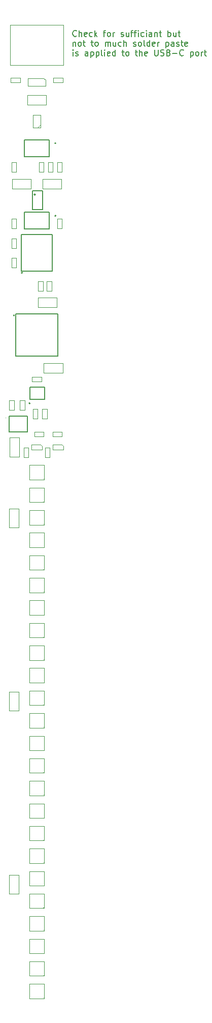
<source format=gbr>
%TF.GenerationSoftware,KiCad,Pcbnew,7.0.9*%
%TF.CreationDate,2024-02-10T14:07:13-07:00*%
%TF.ProjectId,RP2040-Breadstick,52503230-3430-42d4-9272-656164737469,1.0*%
%TF.SameCoordinates,Original*%
%TF.FileFunction,AssemblyDrawing,Top*%
%FSLAX46Y46*%
G04 Gerber Fmt 4.6, Leading zero omitted, Abs format (unit mm)*
G04 Created by KiCad (PCBNEW 7.0.9) date 2024-02-10 14:07:13*
%MOMM*%
%LPD*%
G01*
G04 APERTURE LIST*
%ADD10C,0.150000*%
%ADD11C,0.127000*%
%ADD12C,0.200000*%
%ADD13C,0.100000*%
%ADD14C,0.050000*%
%ADD15C,0.120000*%
G04 APERTURE END LIST*
D10*
X92983207Y-18779580D02*
X92935588Y-18827200D01*
X92935588Y-18827200D02*
X92792731Y-18874819D01*
X92792731Y-18874819D02*
X92697493Y-18874819D01*
X92697493Y-18874819D02*
X92554636Y-18827200D01*
X92554636Y-18827200D02*
X92459398Y-18731961D01*
X92459398Y-18731961D02*
X92411779Y-18636723D01*
X92411779Y-18636723D02*
X92364160Y-18446247D01*
X92364160Y-18446247D02*
X92364160Y-18303390D01*
X92364160Y-18303390D02*
X92411779Y-18112914D01*
X92411779Y-18112914D02*
X92459398Y-18017676D01*
X92459398Y-18017676D02*
X92554636Y-17922438D01*
X92554636Y-17922438D02*
X92697493Y-17874819D01*
X92697493Y-17874819D02*
X92792731Y-17874819D01*
X92792731Y-17874819D02*
X92935588Y-17922438D01*
X92935588Y-17922438D02*
X92983207Y-17970057D01*
X93411779Y-18874819D02*
X93411779Y-17874819D01*
X93840350Y-18874819D02*
X93840350Y-18351009D01*
X93840350Y-18351009D02*
X93792731Y-18255771D01*
X93792731Y-18255771D02*
X93697493Y-18208152D01*
X93697493Y-18208152D02*
X93554636Y-18208152D01*
X93554636Y-18208152D02*
X93459398Y-18255771D01*
X93459398Y-18255771D02*
X93411779Y-18303390D01*
X94697493Y-18827200D02*
X94602255Y-18874819D01*
X94602255Y-18874819D02*
X94411779Y-18874819D01*
X94411779Y-18874819D02*
X94316541Y-18827200D01*
X94316541Y-18827200D02*
X94268922Y-18731961D01*
X94268922Y-18731961D02*
X94268922Y-18351009D01*
X94268922Y-18351009D02*
X94316541Y-18255771D01*
X94316541Y-18255771D02*
X94411779Y-18208152D01*
X94411779Y-18208152D02*
X94602255Y-18208152D01*
X94602255Y-18208152D02*
X94697493Y-18255771D01*
X94697493Y-18255771D02*
X94745112Y-18351009D01*
X94745112Y-18351009D02*
X94745112Y-18446247D01*
X94745112Y-18446247D02*
X94268922Y-18541485D01*
X95602255Y-18827200D02*
X95507017Y-18874819D01*
X95507017Y-18874819D02*
X95316541Y-18874819D01*
X95316541Y-18874819D02*
X95221303Y-18827200D01*
X95221303Y-18827200D02*
X95173684Y-18779580D01*
X95173684Y-18779580D02*
X95126065Y-18684342D01*
X95126065Y-18684342D02*
X95126065Y-18398628D01*
X95126065Y-18398628D02*
X95173684Y-18303390D01*
X95173684Y-18303390D02*
X95221303Y-18255771D01*
X95221303Y-18255771D02*
X95316541Y-18208152D01*
X95316541Y-18208152D02*
X95507017Y-18208152D01*
X95507017Y-18208152D02*
X95602255Y-18255771D01*
X96030827Y-18874819D02*
X96030827Y-17874819D01*
X96126065Y-18493866D02*
X96411779Y-18874819D01*
X96411779Y-18208152D02*
X96030827Y-18589104D01*
X97459399Y-18208152D02*
X97840351Y-18208152D01*
X97602256Y-18874819D02*
X97602256Y-18017676D01*
X97602256Y-18017676D02*
X97649875Y-17922438D01*
X97649875Y-17922438D02*
X97745113Y-17874819D01*
X97745113Y-17874819D02*
X97840351Y-17874819D01*
X98316542Y-18874819D02*
X98221304Y-18827200D01*
X98221304Y-18827200D02*
X98173685Y-18779580D01*
X98173685Y-18779580D02*
X98126066Y-18684342D01*
X98126066Y-18684342D02*
X98126066Y-18398628D01*
X98126066Y-18398628D02*
X98173685Y-18303390D01*
X98173685Y-18303390D02*
X98221304Y-18255771D01*
X98221304Y-18255771D02*
X98316542Y-18208152D01*
X98316542Y-18208152D02*
X98459399Y-18208152D01*
X98459399Y-18208152D02*
X98554637Y-18255771D01*
X98554637Y-18255771D02*
X98602256Y-18303390D01*
X98602256Y-18303390D02*
X98649875Y-18398628D01*
X98649875Y-18398628D02*
X98649875Y-18684342D01*
X98649875Y-18684342D02*
X98602256Y-18779580D01*
X98602256Y-18779580D02*
X98554637Y-18827200D01*
X98554637Y-18827200D02*
X98459399Y-18874819D01*
X98459399Y-18874819D02*
X98316542Y-18874819D01*
X99078447Y-18874819D02*
X99078447Y-18208152D01*
X99078447Y-18398628D02*
X99126066Y-18303390D01*
X99126066Y-18303390D02*
X99173685Y-18255771D01*
X99173685Y-18255771D02*
X99268923Y-18208152D01*
X99268923Y-18208152D02*
X99364161Y-18208152D01*
X100411781Y-18827200D02*
X100507019Y-18874819D01*
X100507019Y-18874819D02*
X100697495Y-18874819D01*
X100697495Y-18874819D02*
X100792733Y-18827200D01*
X100792733Y-18827200D02*
X100840352Y-18731961D01*
X100840352Y-18731961D02*
X100840352Y-18684342D01*
X100840352Y-18684342D02*
X100792733Y-18589104D01*
X100792733Y-18589104D02*
X100697495Y-18541485D01*
X100697495Y-18541485D02*
X100554638Y-18541485D01*
X100554638Y-18541485D02*
X100459400Y-18493866D01*
X100459400Y-18493866D02*
X100411781Y-18398628D01*
X100411781Y-18398628D02*
X100411781Y-18351009D01*
X100411781Y-18351009D02*
X100459400Y-18255771D01*
X100459400Y-18255771D02*
X100554638Y-18208152D01*
X100554638Y-18208152D02*
X100697495Y-18208152D01*
X100697495Y-18208152D02*
X100792733Y-18255771D01*
X101697495Y-18208152D02*
X101697495Y-18874819D01*
X101268924Y-18208152D02*
X101268924Y-18731961D01*
X101268924Y-18731961D02*
X101316543Y-18827200D01*
X101316543Y-18827200D02*
X101411781Y-18874819D01*
X101411781Y-18874819D02*
X101554638Y-18874819D01*
X101554638Y-18874819D02*
X101649876Y-18827200D01*
X101649876Y-18827200D02*
X101697495Y-18779580D01*
X102030829Y-18208152D02*
X102411781Y-18208152D01*
X102173686Y-18874819D02*
X102173686Y-18017676D01*
X102173686Y-18017676D02*
X102221305Y-17922438D01*
X102221305Y-17922438D02*
X102316543Y-17874819D01*
X102316543Y-17874819D02*
X102411781Y-17874819D01*
X102602258Y-18208152D02*
X102983210Y-18208152D01*
X102745115Y-18874819D02*
X102745115Y-18017676D01*
X102745115Y-18017676D02*
X102792734Y-17922438D01*
X102792734Y-17922438D02*
X102887972Y-17874819D01*
X102887972Y-17874819D02*
X102983210Y-17874819D01*
X103316544Y-18874819D02*
X103316544Y-18208152D01*
X103316544Y-17874819D02*
X103268925Y-17922438D01*
X103268925Y-17922438D02*
X103316544Y-17970057D01*
X103316544Y-17970057D02*
X103364163Y-17922438D01*
X103364163Y-17922438D02*
X103316544Y-17874819D01*
X103316544Y-17874819D02*
X103316544Y-17970057D01*
X104221305Y-18827200D02*
X104126067Y-18874819D01*
X104126067Y-18874819D02*
X103935591Y-18874819D01*
X103935591Y-18874819D02*
X103840353Y-18827200D01*
X103840353Y-18827200D02*
X103792734Y-18779580D01*
X103792734Y-18779580D02*
X103745115Y-18684342D01*
X103745115Y-18684342D02*
X103745115Y-18398628D01*
X103745115Y-18398628D02*
X103792734Y-18303390D01*
X103792734Y-18303390D02*
X103840353Y-18255771D01*
X103840353Y-18255771D02*
X103935591Y-18208152D01*
X103935591Y-18208152D02*
X104126067Y-18208152D01*
X104126067Y-18208152D02*
X104221305Y-18255771D01*
X104649877Y-18874819D02*
X104649877Y-18208152D01*
X104649877Y-17874819D02*
X104602258Y-17922438D01*
X104602258Y-17922438D02*
X104649877Y-17970057D01*
X104649877Y-17970057D02*
X104697496Y-17922438D01*
X104697496Y-17922438D02*
X104649877Y-17874819D01*
X104649877Y-17874819D02*
X104649877Y-17970057D01*
X105554638Y-18874819D02*
X105554638Y-18351009D01*
X105554638Y-18351009D02*
X105507019Y-18255771D01*
X105507019Y-18255771D02*
X105411781Y-18208152D01*
X105411781Y-18208152D02*
X105221305Y-18208152D01*
X105221305Y-18208152D02*
X105126067Y-18255771D01*
X105554638Y-18827200D02*
X105459400Y-18874819D01*
X105459400Y-18874819D02*
X105221305Y-18874819D01*
X105221305Y-18874819D02*
X105126067Y-18827200D01*
X105126067Y-18827200D02*
X105078448Y-18731961D01*
X105078448Y-18731961D02*
X105078448Y-18636723D01*
X105078448Y-18636723D02*
X105126067Y-18541485D01*
X105126067Y-18541485D02*
X105221305Y-18493866D01*
X105221305Y-18493866D02*
X105459400Y-18493866D01*
X105459400Y-18493866D02*
X105554638Y-18446247D01*
X106030829Y-18208152D02*
X106030829Y-18874819D01*
X106030829Y-18303390D02*
X106078448Y-18255771D01*
X106078448Y-18255771D02*
X106173686Y-18208152D01*
X106173686Y-18208152D02*
X106316543Y-18208152D01*
X106316543Y-18208152D02*
X106411781Y-18255771D01*
X106411781Y-18255771D02*
X106459400Y-18351009D01*
X106459400Y-18351009D02*
X106459400Y-18874819D01*
X106792734Y-18208152D02*
X107173686Y-18208152D01*
X106935591Y-17874819D02*
X106935591Y-18731961D01*
X106935591Y-18731961D02*
X106983210Y-18827200D01*
X106983210Y-18827200D02*
X107078448Y-18874819D01*
X107078448Y-18874819D02*
X107173686Y-18874819D01*
X108268925Y-18874819D02*
X108268925Y-17874819D01*
X108268925Y-18255771D02*
X108364163Y-18208152D01*
X108364163Y-18208152D02*
X108554639Y-18208152D01*
X108554639Y-18208152D02*
X108649877Y-18255771D01*
X108649877Y-18255771D02*
X108697496Y-18303390D01*
X108697496Y-18303390D02*
X108745115Y-18398628D01*
X108745115Y-18398628D02*
X108745115Y-18684342D01*
X108745115Y-18684342D02*
X108697496Y-18779580D01*
X108697496Y-18779580D02*
X108649877Y-18827200D01*
X108649877Y-18827200D02*
X108554639Y-18874819D01*
X108554639Y-18874819D02*
X108364163Y-18874819D01*
X108364163Y-18874819D02*
X108268925Y-18827200D01*
X109602258Y-18208152D02*
X109602258Y-18874819D01*
X109173687Y-18208152D02*
X109173687Y-18731961D01*
X109173687Y-18731961D02*
X109221306Y-18827200D01*
X109221306Y-18827200D02*
X109316544Y-18874819D01*
X109316544Y-18874819D02*
X109459401Y-18874819D01*
X109459401Y-18874819D02*
X109554639Y-18827200D01*
X109554639Y-18827200D02*
X109602258Y-18779580D01*
X109935592Y-18208152D02*
X110316544Y-18208152D01*
X110078449Y-17874819D02*
X110078449Y-18731961D01*
X110078449Y-18731961D02*
X110126068Y-18827200D01*
X110126068Y-18827200D02*
X110221306Y-18874819D01*
X110221306Y-18874819D02*
X110316544Y-18874819D01*
X92411779Y-19818152D02*
X92411779Y-20484819D01*
X92411779Y-19913390D02*
X92459398Y-19865771D01*
X92459398Y-19865771D02*
X92554636Y-19818152D01*
X92554636Y-19818152D02*
X92697493Y-19818152D01*
X92697493Y-19818152D02*
X92792731Y-19865771D01*
X92792731Y-19865771D02*
X92840350Y-19961009D01*
X92840350Y-19961009D02*
X92840350Y-20484819D01*
X93459398Y-20484819D02*
X93364160Y-20437200D01*
X93364160Y-20437200D02*
X93316541Y-20389580D01*
X93316541Y-20389580D02*
X93268922Y-20294342D01*
X93268922Y-20294342D02*
X93268922Y-20008628D01*
X93268922Y-20008628D02*
X93316541Y-19913390D01*
X93316541Y-19913390D02*
X93364160Y-19865771D01*
X93364160Y-19865771D02*
X93459398Y-19818152D01*
X93459398Y-19818152D02*
X93602255Y-19818152D01*
X93602255Y-19818152D02*
X93697493Y-19865771D01*
X93697493Y-19865771D02*
X93745112Y-19913390D01*
X93745112Y-19913390D02*
X93792731Y-20008628D01*
X93792731Y-20008628D02*
X93792731Y-20294342D01*
X93792731Y-20294342D02*
X93745112Y-20389580D01*
X93745112Y-20389580D02*
X93697493Y-20437200D01*
X93697493Y-20437200D02*
X93602255Y-20484819D01*
X93602255Y-20484819D02*
X93459398Y-20484819D01*
X94078446Y-19818152D02*
X94459398Y-19818152D01*
X94221303Y-19484819D02*
X94221303Y-20341961D01*
X94221303Y-20341961D02*
X94268922Y-20437200D01*
X94268922Y-20437200D02*
X94364160Y-20484819D01*
X94364160Y-20484819D02*
X94459398Y-20484819D01*
X95411780Y-19818152D02*
X95792732Y-19818152D01*
X95554637Y-19484819D02*
X95554637Y-20341961D01*
X95554637Y-20341961D02*
X95602256Y-20437200D01*
X95602256Y-20437200D02*
X95697494Y-20484819D01*
X95697494Y-20484819D02*
X95792732Y-20484819D01*
X96268923Y-20484819D02*
X96173685Y-20437200D01*
X96173685Y-20437200D02*
X96126066Y-20389580D01*
X96126066Y-20389580D02*
X96078447Y-20294342D01*
X96078447Y-20294342D02*
X96078447Y-20008628D01*
X96078447Y-20008628D02*
X96126066Y-19913390D01*
X96126066Y-19913390D02*
X96173685Y-19865771D01*
X96173685Y-19865771D02*
X96268923Y-19818152D01*
X96268923Y-19818152D02*
X96411780Y-19818152D01*
X96411780Y-19818152D02*
X96507018Y-19865771D01*
X96507018Y-19865771D02*
X96554637Y-19913390D01*
X96554637Y-19913390D02*
X96602256Y-20008628D01*
X96602256Y-20008628D02*
X96602256Y-20294342D01*
X96602256Y-20294342D02*
X96554637Y-20389580D01*
X96554637Y-20389580D02*
X96507018Y-20437200D01*
X96507018Y-20437200D02*
X96411780Y-20484819D01*
X96411780Y-20484819D02*
X96268923Y-20484819D01*
X97792733Y-20484819D02*
X97792733Y-19818152D01*
X97792733Y-19913390D02*
X97840352Y-19865771D01*
X97840352Y-19865771D02*
X97935590Y-19818152D01*
X97935590Y-19818152D02*
X98078447Y-19818152D01*
X98078447Y-19818152D02*
X98173685Y-19865771D01*
X98173685Y-19865771D02*
X98221304Y-19961009D01*
X98221304Y-19961009D02*
X98221304Y-20484819D01*
X98221304Y-19961009D02*
X98268923Y-19865771D01*
X98268923Y-19865771D02*
X98364161Y-19818152D01*
X98364161Y-19818152D02*
X98507018Y-19818152D01*
X98507018Y-19818152D02*
X98602257Y-19865771D01*
X98602257Y-19865771D02*
X98649876Y-19961009D01*
X98649876Y-19961009D02*
X98649876Y-20484819D01*
X99554637Y-19818152D02*
X99554637Y-20484819D01*
X99126066Y-19818152D02*
X99126066Y-20341961D01*
X99126066Y-20341961D02*
X99173685Y-20437200D01*
X99173685Y-20437200D02*
X99268923Y-20484819D01*
X99268923Y-20484819D02*
X99411780Y-20484819D01*
X99411780Y-20484819D02*
X99507018Y-20437200D01*
X99507018Y-20437200D02*
X99554637Y-20389580D01*
X100459399Y-20437200D02*
X100364161Y-20484819D01*
X100364161Y-20484819D02*
X100173685Y-20484819D01*
X100173685Y-20484819D02*
X100078447Y-20437200D01*
X100078447Y-20437200D02*
X100030828Y-20389580D01*
X100030828Y-20389580D02*
X99983209Y-20294342D01*
X99983209Y-20294342D02*
X99983209Y-20008628D01*
X99983209Y-20008628D02*
X100030828Y-19913390D01*
X100030828Y-19913390D02*
X100078447Y-19865771D01*
X100078447Y-19865771D02*
X100173685Y-19818152D01*
X100173685Y-19818152D02*
X100364161Y-19818152D01*
X100364161Y-19818152D02*
X100459399Y-19865771D01*
X100887971Y-20484819D02*
X100887971Y-19484819D01*
X101316542Y-20484819D02*
X101316542Y-19961009D01*
X101316542Y-19961009D02*
X101268923Y-19865771D01*
X101268923Y-19865771D02*
X101173685Y-19818152D01*
X101173685Y-19818152D02*
X101030828Y-19818152D01*
X101030828Y-19818152D02*
X100935590Y-19865771D01*
X100935590Y-19865771D02*
X100887971Y-19913390D01*
X102507019Y-20437200D02*
X102602257Y-20484819D01*
X102602257Y-20484819D02*
X102792733Y-20484819D01*
X102792733Y-20484819D02*
X102887971Y-20437200D01*
X102887971Y-20437200D02*
X102935590Y-20341961D01*
X102935590Y-20341961D02*
X102935590Y-20294342D01*
X102935590Y-20294342D02*
X102887971Y-20199104D01*
X102887971Y-20199104D02*
X102792733Y-20151485D01*
X102792733Y-20151485D02*
X102649876Y-20151485D01*
X102649876Y-20151485D02*
X102554638Y-20103866D01*
X102554638Y-20103866D02*
X102507019Y-20008628D01*
X102507019Y-20008628D02*
X102507019Y-19961009D01*
X102507019Y-19961009D02*
X102554638Y-19865771D01*
X102554638Y-19865771D02*
X102649876Y-19818152D01*
X102649876Y-19818152D02*
X102792733Y-19818152D01*
X102792733Y-19818152D02*
X102887971Y-19865771D01*
X103507019Y-20484819D02*
X103411781Y-20437200D01*
X103411781Y-20437200D02*
X103364162Y-20389580D01*
X103364162Y-20389580D02*
X103316543Y-20294342D01*
X103316543Y-20294342D02*
X103316543Y-20008628D01*
X103316543Y-20008628D02*
X103364162Y-19913390D01*
X103364162Y-19913390D02*
X103411781Y-19865771D01*
X103411781Y-19865771D02*
X103507019Y-19818152D01*
X103507019Y-19818152D02*
X103649876Y-19818152D01*
X103649876Y-19818152D02*
X103745114Y-19865771D01*
X103745114Y-19865771D02*
X103792733Y-19913390D01*
X103792733Y-19913390D02*
X103840352Y-20008628D01*
X103840352Y-20008628D02*
X103840352Y-20294342D01*
X103840352Y-20294342D02*
X103792733Y-20389580D01*
X103792733Y-20389580D02*
X103745114Y-20437200D01*
X103745114Y-20437200D02*
X103649876Y-20484819D01*
X103649876Y-20484819D02*
X103507019Y-20484819D01*
X104411781Y-20484819D02*
X104316543Y-20437200D01*
X104316543Y-20437200D02*
X104268924Y-20341961D01*
X104268924Y-20341961D02*
X104268924Y-19484819D01*
X105221305Y-20484819D02*
X105221305Y-19484819D01*
X105221305Y-20437200D02*
X105126067Y-20484819D01*
X105126067Y-20484819D02*
X104935591Y-20484819D01*
X104935591Y-20484819D02*
X104840353Y-20437200D01*
X104840353Y-20437200D02*
X104792734Y-20389580D01*
X104792734Y-20389580D02*
X104745115Y-20294342D01*
X104745115Y-20294342D02*
X104745115Y-20008628D01*
X104745115Y-20008628D02*
X104792734Y-19913390D01*
X104792734Y-19913390D02*
X104840353Y-19865771D01*
X104840353Y-19865771D02*
X104935591Y-19818152D01*
X104935591Y-19818152D02*
X105126067Y-19818152D01*
X105126067Y-19818152D02*
X105221305Y-19865771D01*
X106078448Y-20437200D02*
X105983210Y-20484819D01*
X105983210Y-20484819D02*
X105792734Y-20484819D01*
X105792734Y-20484819D02*
X105697496Y-20437200D01*
X105697496Y-20437200D02*
X105649877Y-20341961D01*
X105649877Y-20341961D02*
X105649877Y-19961009D01*
X105649877Y-19961009D02*
X105697496Y-19865771D01*
X105697496Y-19865771D02*
X105792734Y-19818152D01*
X105792734Y-19818152D02*
X105983210Y-19818152D01*
X105983210Y-19818152D02*
X106078448Y-19865771D01*
X106078448Y-19865771D02*
X106126067Y-19961009D01*
X106126067Y-19961009D02*
X106126067Y-20056247D01*
X106126067Y-20056247D02*
X105649877Y-20151485D01*
X106554639Y-20484819D02*
X106554639Y-19818152D01*
X106554639Y-20008628D02*
X106602258Y-19913390D01*
X106602258Y-19913390D02*
X106649877Y-19865771D01*
X106649877Y-19865771D02*
X106745115Y-19818152D01*
X106745115Y-19818152D02*
X106840353Y-19818152D01*
X107935592Y-19818152D02*
X107935592Y-20818152D01*
X107935592Y-19865771D02*
X108030830Y-19818152D01*
X108030830Y-19818152D02*
X108221306Y-19818152D01*
X108221306Y-19818152D02*
X108316544Y-19865771D01*
X108316544Y-19865771D02*
X108364163Y-19913390D01*
X108364163Y-19913390D02*
X108411782Y-20008628D01*
X108411782Y-20008628D02*
X108411782Y-20294342D01*
X108411782Y-20294342D02*
X108364163Y-20389580D01*
X108364163Y-20389580D02*
X108316544Y-20437200D01*
X108316544Y-20437200D02*
X108221306Y-20484819D01*
X108221306Y-20484819D02*
X108030830Y-20484819D01*
X108030830Y-20484819D02*
X107935592Y-20437200D01*
X109268925Y-20484819D02*
X109268925Y-19961009D01*
X109268925Y-19961009D02*
X109221306Y-19865771D01*
X109221306Y-19865771D02*
X109126068Y-19818152D01*
X109126068Y-19818152D02*
X108935592Y-19818152D01*
X108935592Y-19818152D02*
X108840354Y-19865771D01*
X109268925Y-20437200D02*
X109173687Y-20484819D01*
X109173687Y-20484819D02*
X108935592Y-20484819D01*
X108935592Y-20484819D02*
X108840354Y-20437200D01*
X108840354Y-20437200D02*
X108792735Y-20341961D01*
X108792735Y-20341961D02*
X108792735Y-20246723D01*
X108792735Y-20246723D02*
X108840354Y-20151485D01*
X108840354Y-20151485D02*
X108935592Y-20103866D01*
X108935592Y-20103866D02*
X109173687Y-20103866D01*
X109173687Y-20103866D02*
X109268925Y-20056247D01*
X109697497Y-20437200D02*
X109792735Y-20484819D01*
X109792735Y-20484819D02*
X109983211Y-20484819D01*
X109983211Y-20484819D02*
X110078449Y-20437200D01*
X110078449Y-20437200D02*
X110126068Y-20341961D01*
X110126068Y-20341961D02*
X110126068Y-20294342D01*
X110126068Y-20294342D02*
X110078449Y-20199104D01*
X110078449Y-20199104D02*
X109983211Y-20151485D01*
X109983211Y-20151485D02*
X109840354Y-20151485D01*
X109840354Y-20151485D02*
X109745116Y-20103866D01*
X109745116Y-20103866D02*
X109697497Y-20008628D01*
X109697497Y-20008628D02*
X109697497Y-19961009D01*
X109697497Y-19961009D02*
X109745116Y-19865771D01*
X109745116Y-19865771D02*
X109840354Y-19818152D01*
X109840354Y-19818152D02*
X109983211Y-19818152D01*
X109983211Y-19818152D02*
X110078449Y-19865771D01*
X110411783Y-19818152D02*
X110792735Y-19818152D01*
X110554640Y-19484819D02*
X110554640Y-20341961D01*
X110554640Y-20341961D02*
X110602259Y-20437200D01*
X110602259Y-20437200D02*
X110697497Y-20484819D01*
X110697497Y-20484819D02*
X110792735Y-20484819D01*
X111507021Y-20437200D02*
X111411783Y-20484819D01*
X111411783Y-20484819D02*
X111221307Y-20484819D01*
X111221307Y-20484819D02*
X111126069Y-20437200D01*
X111126069Y-20437200D02*
X111078450Y-20341961D01*
X111078450Y-20341961D02*
X111078450Y-19961009D01*
X111078450Y-19961009D02*
X111126069Y-19865771D01*
X111126069Y-19865771D02*
X111221307Y-19818152D01*
X111221307Y-19818152D02*
X111411783Y-19818152D01*
X111411783Y-19818152D02*
X111507021Y-19865771D01*
X111507021Y-19865771D02*
X111554640Y-19961009D01*
X111554640Y-19961009D02*
X111554640Y-20056247D01*
X111554640Y-20056247D02*
X111078450Y-20151485D01*
X92411779Y-22094819D02*
X92411779Y-21428152D01*
X92411779Y-21094819D02*
X92364160Y-21142438D01*
X92364160Y-21142438D02*
X92411779Y-21190057D01*
X92411779Y-21190057D02*
X92459398Y-21142438D01*
X92459398Y-21142438D02*
X92411779Y-21094819D01*
X92411779Y-21094819D02*
X92411779Y-21190057D01*
X92840350Y-22047200D02*
X92935588Y-22094819D01*
X92935588Y-22094819D02*
X93126064Y-22094819D01*
X93126064Y-22094819D02*
X93221302Y-22047200D01*
X93221302Y-22047200D02*
X93268921Y-21951961D01*
X93268921Y-21951961D02*
X93268921Y-21904342D01*
X93268921Y-21904342D02*
X93221302Y-21809104D01*
X93221302Y-21809104D02*
X93126064Y-21761485D01*
X93126064Y-21761485D02*
X92983207Y-21761485D01*
X92983207Y-21761485D02*
X92887969Y-21713866D01*
X92887969Y-21713866D02*
X92840350Y-21618628D01*
X92840350Y-21618628D02*
X92840350Y-21571009D01*
X92840350Y-21571009D02*
X92887969Y-21475771D01*
X92887969Y-21475771D02*
X92983207Y-21428152D01*
X92983207Y-21428152D02*
X93126064Y-21428152D01*
X93126064Y-21428152D02*
X93221302Y-21475771D01*
X94887969Y-22094819D02*
X94887969Y-21571009D01*
X94887969Y-21571009D02*
X94840350Y-21475771D01*
X94840350Y-21475771D02*
X94745112Y-21428152D01*
X94745112Y-21428152D02*
X94554636Y-21428152D01*
X94554636Y-21428152D02*
X94459398Y-21475771D01*
X94887969Y-22047200D02*
X94792731Y-22094819D01*
X94792731Y-22094819D02*
X94554636Y-22094819D01*
X94554636Y-22094819D02*
X94459398Y-22047200D01*
X94459398Y-22047200D02*
X94411779Y-21951961D01*
X94411779Y-21951961D02*
X94411779Y-21856723D01*
X94411779Y-21856723D02*
X94459398Y-21761485D01*
X94459398Y-21761485D02*
X94554636Y-21713866D01*
X94554636Y-21713866D02*
X94792731Y-21713866D01*
X94792731Y-21713866D02*
X94887969Y-21666247D01*
X95364160Y-21428152D02*
X95364160Y-22428152D01*
X95364160Y-21475771D02*
X95459398Y-21428152D01*
X95459398Y-21428152D02*
X95649874Y-21428152D01*
X95649874Y-21428152D02*
X95745112Y-21475771D01*
X95745112Y-21475771D02*
X95792731Y-21523390D01*
X95792731Y-21523390D02*
X95840350Y-21618628D01*
X95840350Y-21618628D02*
X95840350Y-21904342D01*
X95840350Y-21904342D02*
X95792731Y-21999580D01*
X95792731Y-21999580D02*
X95745112Y-22047200D01*
X95745112Y-22047200D02*
X95649874Y-22094819D01*
X95649874Y-22094819D02*
X95459398Y-22094819D01*
X95459398Y-22094819D02*
X95364160Y-22047200D01*
X96268922Y-21428152D02*
X96268922Y-22428152D01*
X96268922Y-21475771D02*
X96364160Y-21428152D01*
X96364160Y-21428152D02*
X96554636Y-21428152D01*
X96554636Y-21428152D02*
X96649874Y-21475771D01*
X96649874Y-21475771D02*
X96697493Y-21523390D01*
X96697493Y-21523390D02*
X96745112Y-21618628D01*
X96745112Y-21618628D02*
X96745112Y-21904342D01*
X96745112Y-21904342D02*
X96697493Y-21999580D01*
X96697493Y-21999580D02*
X96649874Y-22047200D01*
X96649874Y-22047200D02*
X96554636Y-22094819D01*
X96554636Y-22094819D02*
X96364160Y-22094819D01*
X96364160Y-22094819D02*
X96268922Y-22047200D01*
X97316541Y-22094819D02*
X97221303Y-22047200D01*
X97221303Y-22047200D02*
X97173684Y-21951961D01*
X97173684Y-21951961D02*
X97173684Y-21094819D01*
X97697494Y-22094819D02*
X97697494Y-21428152D01*
X97697494Y-21094819D02*
X97649875Y-21142438D01*
X97649875Y-21142438D02*
X97697494Y-21190057D01*
X97697494Y-21190057D02*
X97745113Y-21142438D01*
X97745113Y-21142438D02*
X97697494Y-21094819D01*
X97697494Y-21094819D02*
X97697494Y-21190057D01*
X98554636Y-22047200D02*
X98459398Y-22094819D01*
X98459398Y-22094819D02*
X98268922Y-22094819D01*
X98268922Y-22094819D02*
X98173684Y-22047200D01*
X98173684Y-22047200D02*
X98126065Y-21951961D01*
X98126065Y-21951961D02*
X98126065Y-21571009D01*
X98126065Y-21571009D02*
X98173684Y-21475771D01*
X98173684Y-21475771D02*
X98268922Y-21428152D01*
X98268922Y-21428152D02*
X98459398Y-21428152D01*
X98459398Y-21428152D02*
X98554636Y-21475771D01*
X98554636Y-21475771D02*
X98602255Y-21571009D01*
X98602255Y-21571009D02*
X98602255Y-21666247D01*
X98602255Y-21666247D02*
X98126065Y-21761485D01*
X99459398Y-22094819D02*
X99459398Y-21094819D01*
X99459398Y-22047200D02*
X99364160Y-22094819D01*
X99364160Y-22094819D02*
X99173684Y-22094819D01*
X99173684Y-22094819D02*
X99078446Y-22047200D01*
X99078446Y-22047200D02*
X99030827Y-21999580D01*
X99030827Y-21999580D02*
X98983208Y-21904342D01*
X98983208Y-21904342D02*
X98983208Y-21618628D01*
X98983208Y-21618628D02*
X99030827Y-21523390D01*
X99030827Y-21523390D02*
X99078446Y-21475771D01*
X99078446Y-21475771D02*
X99173684Y-21428152D01*
X99173684Y-21428152D02*
X99364160Y-21428152D01*
X99364160Y-21428152D02*
X99459398Y-21475771D01*
X100554637Y-21428152D02*
X100935589Y-21428152D01*
X100697494Y-21094819D02*
X100697494Y-21951961D01*
X100697494Y-21951961D02*
X100745113Y-22047200D01*
X100745113Y-22047200D02*
X100840351Y-22094819D01*
X100840351Y-22094819D02*
X100935589Y-22094819D01*
X101411780Y-22094819D02*
X101316542Y-22047200D01*
X101316542Y-22047200D02*
X101268923Y-21999580D01*
X101268923Y-21999580D02*
X101221304Y-21904342D01*
X101221304Y-21904342D02*
X101221304Y-21618628D01*
X101221304Y-21618628D02*
X101268923Y-21523390D01*
X101268923Y-21523390D02*
X101316542Y-21475771D01*
X101316542Y-21475771D02*
X101411780Y-21428152D01*
X101411780Y-21428152D02*
X101554637Y-21428152D01*
X101554637Y-21428152D02*
X101649875Y-21475771D01*
X101649875Y-21475771D02*
X101697494Y-21523390D01*
X101697494Y-21523390D02*
X101745113Y-21618628D01*
X101745113Y-21618628D02*
X101745113Y-21904342D01*
X101745113Y-21904342D02*
X101697494Y-21999580D01*
X101697494Y-21999580D02*
X101649875Y-22047200D01*
X101649875Y-22047200D02*
X101554637Y-22094819D01*
X101554637Y-22094819D02*
X101411780Y-22094819D01*
X102792733Y-21428152D02*
X103173685Y-21428152D01*
X102935590Y-21094819D02*
X102935590Y-21951961D01*
X102935590Y-21951961D02*
X102983209Y-22047200D01*
X102983209Y-22047200D02*
X103078447Y-22094819D01*
X103078447Y-22094819D02*
X103173685Y-22094819D01*
X103507019Y-22094819D02*
X103507019Y-21094819D01*
X103935590Y-22094819D02*
X103935590Y-21571009D01*
X103935590Y-21571009D02*
X103887971Y-21475771D01*
X103887971Y-21475771D02*
X103792733Y-21428152D01*
X103792733Y-21428152D02*
X103649876Y-21428152D01*
X103649876Y-21428152D02*
X103554638Y-21475771D01*
X103554638Y-21475771D02*
X103507019Y-21523390D01*
X104792733Y-22047200D02*
X104697495Y-22094819D01*
X104697495Y-22094819D02*
X104507019Y-22094819D01*
X104507019Y-22094819D02*
X104411781Y-22047200D01*
X104411781Y-22047200D02*
X104364162Y-21951961D01*
X104364162Y-21951961D02*
X104364162Y-21571009D01*
X104364162Y-21571009D02*
X104411781Y-21475771D01*
X104411781Y-21475771D02*
X104507019Y-21428152D01*
X104507019Y-21428152D02*
X104697495Y-21428152D01*
X104697495Y-21428152D02*
X104792733Y-21475771D01*
X104792733Y-21475771D02*
X104840352Y-21571009D01*
X104840352Y-21571009D02*
X104840352Y-21666247D01*
X104840352Y-21666247D02*
X104364162Y-21761485D01*
X106030829Y-21094819D02*
X106030829Y-21904342D01*
X106030829Y-21904342D02*
X106078448Y-21999580D01*
X106078448Y-21999580D02*
X106126067Y-22047200D01*
X106126067Y-22047200D02*
X106221305Y-22094819D01*
X106221305Y-22094819D02*
X106411781Y-22094819D01*
X106411781Y-22094819D02*
X106507019Y-22047200D01*
X106507019Y-22047200D02*
X106554638Y-21999580D01*
X106554638Y-21999580D02*
X106602257Y-21904342D01*
X106602257Y-21904342D02*
X106602257Y-21094819D01*
X107030829Y-22047200D02*
X107173686Y-22094819D01*
X107173686Y-22094819D02*
X107411781Y-22094819D01*
X107411781Y-22094819D02*
X107507019Y-22047200D01*
X107507019Y-22047200D02*
X107554638Y-21999580D01*
X107554638Y-21999580D02*
X107602257Y-21904342D01*
X107602257Y-21904342D02*
X107602257Y-21809104D01*
X107602257Y-21809104D02*
X107554638Y-21713866D01*
X107554638Y-21713866D02*
X107507019Y-21666247D01*
X107507019Y-21666247D02*
X107411781Y-21618628D01*
X107411781Y-21618628D02*
X107221305Y-21571009D01*
X107221305Y-21571009D02*
X107126067Y-21523390D01*
X107126067Y-21523390D02*
X107078448Y-21475771D01*
X107078448Y-21475771D02*
X107030829Y-21380533D01*
X107030829Y-21380533D02*
X107030829Y-21285295D01*
X107030829Y-21285295D02*
X107078448Y-21190057D01*
X107078448Y-21190057D02*
X107126067Y-21142438D01*
X107126067Y-21142438D02*
X107221305Y-21094819D01*
X107221305Y-21094819D02*
X107459400Y-21094819D01*
X107459400Y-21094819D02*
X107602257Y-21142438D01*
X108364162Y-21571009D02*
X108507019Y-21618628D01*
X108507019Y-21618628D02*
X108554638Y-21666247D01*
X108554638Y-21666247D02*
X108602257Y-21761485D01*
X108602257Y-21761485D02*
X108602257Y-21904342D01*
X108602257Y-21904342D02*
X108554638Y-21999580D01*
X108554638Y-21999580D02*
X108507019Y-22047200D01*
X108507019Y-22047200D02*
X108411781Y-22094819D01*
X108411781Y-22094819D02*
X108030829Y-22094819D01*
X108030829Y-22094819D02*
X108030829Y-21094819D01*
X108030829Y-21094819D02*
X108364162Y-21094819D01*
X108364162Y-21094819D02*
X108459400Y-21142438D01*
X108459400Y-21142438D02*
X108507019Y-21190057D01*
X108507019Y-21190057D02*
X108554638Y-21285295D01*
X108554638Y-21285295D02*
X108554638Y-21380533D01*
X108554638Y-21380533D02*
X108507019Y-21475771D01*
X108507019Y-21475771D02*
X108459400Y-21523390D01*
X108459400Y-21523390D02*
X108364162Y-21571009D01*
X108364162Y-21571009D02*
X108030829Y-21571009D01*
X109030829Y-21713866D02*
X109792734Y-21713866D01*
X110840352Y-21999580D02*
X110792733Y-22047200D01*
X110792733Y-22047200D02*
X110649876Y-22094819D01*
X110649876Y-22094819D02*
X110554638Y-22094819D01*
X110554638Y-22094819D02*
X110411781Y-22047200D01*
X110411781Y-22047200D02*
X110316543Y-21951961D01*
X110316543Y-21951961D02*
X110268924Y-21856723D01*
X110268924Y-21856723D02*
X110221305Y-21666247D01*
X110221305Y-21666247D02*
X110221305Y-21523390D01*
X110221305Y-21523390D02*
X110268924Y-21332914D01*
X110268924Y-21332914D02*
X110316543Y-21237676D01*
X110316543Y-21237676D02*
X110411781Y-21142438D01*
X110411781Y-21142438D02*
X110554638Y-21094819D01*
X110554638Y-21094819D02*
X110649876Y-21094819D01*
X110649876Y-21094819D02*
X110792733Y-21142438D01*
X110792733Y-21142438D02*
X110840352Y-21190057D01*
X112030829Y-21428152D02*
X112030829Y-22428152D01*
X112030829Y-21475771D02*
X112126067Y-21428152D01*
X112126067Y-21428152D02*
X112316543Y-21428152D01*
X112316543Y-21428152D02*
X112411781Y-21475771D01*
X112411781Y-21475771D02*
X112459400Y-21523390D01*
X112459400Y-21523390D02*
X112507019Y-21618628D01*
X112507019Y-21618628D02*
X112507019Y-21904342D01*
X112507019Y-21904342D02*
X112459400Y-21999580D01*
X112459400Y-21999580D02*
X112411781Y-22047200D01*
X112411781Y-22047200D02*
X112316543Y-22094819D01*
X112316543Y-22094819D02*
X112126067Y-22094819D01*
X112126067Y-22094819D02*
X112030829Y-22047200D01*
X113078448Y-22094819D02*
X112983210Y-22047200D01*
X112983210Y-22047200D02*
X112935591Y-21999580D01*
X112935591Y-21999580D02*
X112887972Y-21904342D01*
X112887972Y-21904342D02*
X112887972Y-21618628D01*
X112887972Y-21618628D02*
X112935591Y-21523390D01*
X112935591Y-21523390D02*
X112983210Y-21475771D01*
X112983210Y-21475771D02*
X113078448Y-21428152D01*
X113078448Y-21428152D02*
X113221305Y-21428152D01*
X113221305Y-21428152D02*
X113316543Y-21475771D01*
X113316543Y-21475771D02*
X113364162Y-21523390D01*
X113364162Y-21523390D02*
X113411781Y-21618628D01*
X113411781Y-21618628D02*
X113411781Y-21904342D01*
X113411781Y-21904342D02*
X113364162Y-21999580D01*
X113364162Y-21999580D02*
X113316543Y-22047200D01*
X113316543Y-22047200D02*
X113221305Y-22094819D01*
X113221305Y-22094819D02*
X113078448Y-22094819D01*
X113840353Y-22094819D02*
X113840353Y-21428152D01*
X113840353Y-21618628D02*
X113887972Y-21523390D01*
X113887972Y-21523390D02*
X113935591Y-21475771D01*
X113935591Y-21475771D02*
X114030829Y-21428152D01*
X114030829Y-21428152D02*
X114126067Y-21428152D01*
X114316544Y-21428152D02*
X114697496Y-21428152D01*
X114459401Y-21094819D02*
X114459401Y-21951961D01*
X114459401Y-21951961D02*
X114507020Y-22047200D01*
X114507020Y-22047200D02*
X114602258Y-22094819D01*
X114602258Y-22094819D02*
X114697496Y-22094819D01*
D11*
X88460000Y-36065000D02*
X88460000Y-38865000D01*
X84260000Y-36065000D02*
X88460000Y-36065000D01*
X88460000Y-38865000D02*
X84260000Y-38865000D01*
X84260000Y-38865000D02*
X84260000Y-36065000D01*
D12*
X89560000Y-36665000D02*
G75*
G03*
X89560000Y-36665000I-100000J0D01*
G01*
X85266200Y-79933800D02*
G75*
G03*
X85266200Y-79933800I-100000J0D01*
G01*
D11*
X87686200Y-79257400D02*
X87686200Y-77257400D01*
X87686200Y-77257400D02*
X85186200Y-77257400D01*
X85186200Y-79257400D02*
X87686200Y-79257400D01*
X85186200Y-77257400D02*
X85186200Y-79257400D01*
D12*
X83970800Y-58216800D02*
G75*
G03*
X83970800Y-58216800I-100000J0D01*
G01*
D11*
X83810000Y-51814000D02*
X88910000Y-51814000D01*
X88910000Y-57914000D02*
X88910000Y-51814000D01*
X83810000Y-57914000D02*
X83810000Y-51814000D01*
X83810000Y-57914000D02*
X88910000Y-57914000D01*
D12*
X86118000Y-45201800D02*
G75*
G03*
X86118000Y-45201800I-100000J0D01*
G01*
D11*
X87337000Y-47701800D02*
X85637000Y-47701800D01*
X87337000Y-44601800D02*
X87337000Y-47701800D01*
X85637000Y-47701800D02*
X85637000Y-44601800D01*
X85637000Y-44601800D02*
X87337000Y-44601800D01*
D12*
X89560000Y-48730000D02*
G75*
G03*
X89560000Y-48730000I-100000J0D01*
G01*
D11*
X84260000Y-50930000D02*
X84260000Y-48130000D01*
X88460000Y-50930000D02*
X84260000Y-50930000D01*
X84260000Y-48130000D02*
X88460000Y-48130000D01*
X88460000Y-48130000D02*
X88460000Y-50930000D01*
D13*
X90830400Y-23698200D02*
X90830400Y-16941800D01*
X90830400Y-16941800D02*
X81889600Y-16941800D01*
X86360000Y-23698200D02*
X86360000Y-23698200D01*
X86360000Y-23698200D02*
X86360000Y-23698200D01*
X86360000Y-23698200D02*
X86360000Y-23698200D01*
X86360000Y-23698200D02*
X86360000Y-23698200D01*
X81889600Y-23698200D02*
X90830400Y-23698200D01*
X81889600Y-16941800D02*
X81889600Y-23698200D01*
X83400800Y-85674400D02*
X83400800Y-88874400D01*
X81800800Y-85674400D02*
X83400800Y-85674400D01*
X83400800Y-88874400D02*
X81800800Y-88874400D01*
X81800800Y-88874400D02*
X81800800Y-85674400D01*
X87534500Y-39840000D02*
X87534500Y-41440000D01*
X86709500Y-39840000D02*
X87534500Y-39840000D01*
X87534500Y-41440000D02*
X86709500Y-41440000D01*
X86709500Y-41440000D02*
X86709500Y-39840000D01*
D14*
X87560000Y-133947602D02*
X85160000Y-133947602D01*
X85160000Y-133947602D02*
X85160000Y-131537602D01*
X85160000Y-131537602D02*
X87560000Y-131537602D01*
X87560000Y-131537602D02*
X87560000Y-133947602D01*
D15*
X87517200Y-133852402D02*
G75*
G03*
X87517200Y-133852402I-50000J0D01*
G01*
D13*
X90589000Y-85502500D02*
X88989000Y-85502500D01*
X90589000Y-84677500D02*
X90589000Y-85502500D01*
X88989000Y-85502500D02*
X88989000Y-84677500D01*
X88989000Y-84677500D02*
X90589000Y-84677500D01*
D14*
X87560000Y-171495422D02*
X85160000Y-171495422D01*
X85160000Y-171495422D02*
X85160000Y-169085422D01*
X85160000Y-169085422D02*
X87560000Y-169085422D01*
X87560000Y-169085422D02*
X87560000Y-171495422D01*
D15*
X87517200Y-171400222D02*
G75*
G03*
X87517200Y-171400222I-50000J0D01*
G01*
D14*
X87560000Y-167740640D02*
X85160000Y-167740640D01*
X85160000Y-167740640D02*
X85160000Y-165330640D01*
X85160000Y-165330640D02*
X87560000Y-165330640D01*
X87560000Y-165330640D02*
X87560000Y-167740640D01*
D15*
X87517200Y-167645440D02*
G75*
G03*
X87517200Y-167645440I-50000J0D01*
G01*
D13*
X83559900Y-81064000D02*
X83559900Y-79464000D01*
X84384900Y-81064000D02*
X83559900Y-81064000D01*
X83559900Y-79464000D02*
X84384900Y-79464000D01*
X84384900Y-79464000D02*
X84384900Y-81064000D01*
X81731100Y-81064000D02*
X81731100Y-79464000D01*
X82556100Y-81064000D02*
X81731100Y-81064000D01*
X81731100Y-79464000D02*
X82556100Y-79464000D01*
X82556100Y-79464000D02*
X82556100Y-81064000D01*
D14*
X87560000Y-156476294D02*
X85160000Y-156476294D01*
X85160000Y-156476294D02*
X85160000Y-154066294D01*
X85160000Y-154066294D02*
X87560000Y-154066294D01*
X87560000Y-154066294D02*
X87560000Y-156476294D01*
D15*
X87517200Y-156381094D02*
G75*
G03*
X87517200Y-156381094I-50000J0D01*
G01*
D13*
X90516000Y-86799000D02*
X89016000Y-86799000D01*
X89016000Y-86799000D02*
X89016000Y-87699000D01*
X90816000Y-87099000D02*
X90516000Y-86799000D01*
X90816000Y-87099000D02*
X90816000Y-87699000D01*
X90816000Y-87699000D02*
X89016000Y-87699000D01*
X88037500Y-61260000D02*
X88037500Y-59660000D01*
X88862500Y-61260000D02*
X88037500Y-61260000D01*
X88037500Y-59660000D02*
X88862500Y-59660000D01*
X88862500Y-59660000D02*
X88862500Y-61260000D01*
X90500000Y-44234000D02*
X87300000Y-44234000D01*
X90500000Y-42634000D02*
X90500000Y-44234000D01*
X87300000Y-44234000D02*
X87300000Y-42634000D01*
X87300000Y-42634000D02*
X90500000Y-42634000D01*
X89046000Y-39840000D02*
X89046000Y-41440000D01*
X88246000Y-39840000D02*
X89046000Y-39840000D01*
X89046000Y-41440000D02*
X88246000Y-41440000D01*
X88246000Y-41440000D02*
X88246000Y-39840000D01*
D14*
X87560000Y-96399782D02*
X85160000Y-96399782D01*
X85160000Y-96399782D02*
X85160000Y-93989782D01*
X85160000Y-93989782D02*
X87560000Y-93989782D01*
X87560000Y-93989782D02*
X87560000Y-96399782D01*
D15*
X87517200Y-96304582D02*
G75*
G03*
X87517200Y-96304582I-50000J0D01*
G01*
D13*
X82220000Y-42634000D02*
X85420000Y-42634000D01*
X82220000Y-44234000D02*
X82220000Y-42634000D01*
X85420000Y-42634000D02*
X85420000Y-44234000D01*
X85420000Y-44234000D02*
X82220000Y-44234000D01*
X88550500Y-87338000D02*
X88550500Y-88938000D01*
X87725500Y-87338000D02*
X88550500Y-87338000D01*
X88550500Y-88938000D02*
X87725500Y-88938000D01*
X87725500Y-88938000D02*
X87725500Y-87338000D01*
D14*
X87560000Y-152721512D02*
X85160000Y-152721512D01*
X85160000Y-152721512D02*
X85160000Y-150311512D01*
X85160000Y-150311512D02*
X87560000Y-150311512D01*
X87560000Y-150311512D02*
X87560000Y-152721512D01*
D15*
X87517200Y-152626312D02*
G75*
G03*
X87517200Y-152626312I-50000J0D01*
G01*
D13*
X89757500Y-50838000D02*
X89757500Y-49238000D01*
X90582500Y-50838000D02*
X89757500Y-50838000D01*
X89757500Y-49238000D02*
X90582500Y-49238000D01*
X90582500Y-49238000D02*
X90582500Y-50838000D01*
X82150000Y-50838000D02*
X82150000Y-49238000D01*
X82950000Y-50838000D02*
X82150000Y-50838000D01*
X82150000Y-49238000D02*
X82950000Y-49238000D01*
X82950000Y-49238000D02*
X82950000Y-50838000D01*
D11*
X81711200Y-82062800D02*
X84811200Y-82062800D01*
X81711200Y-84662800D02*
X81711200Y-82062800D01*
X84811200Y-82062800D02*
X84811200Y-84662800D01*
X84811200Y-84662800D02*
X81711200Y-84662800D01*
D13*
X81211200Y-82362800D02*
G75*
G03*
X81211200Y-82362800I-50000J0D01*
G01*
X82137500Y-57315000D02*
X82137500Y-55715000D01*
X82962500Y-57315000D02*
X82137500Y-57315000D01*
X82137500Y-55715000D02*
X82962500Y-55715000D01*
X82962500Y-55715000D02*
X82962500Y-57315000D01*
X86960000Y-34070000D02*
X85760000Y-34070000D01*
X86960000Y-33570000D02*
X86460000Y-34070000D01*
X86960000Y-31970000D02*
X86960000Y-34070000D01*
X85760000Y-34070000D02*
X85760000Y-31970000D01*
X85760000Y-31970000D02*
X86960000Y-31970000D01*
X87485000Y-25816800D02*
X87810000Y-26141800D01*
X84910000Y-25816800D02*
X87485000Y-25816800D01*
X87810000Y-26141800D02*
X87810000Y-27116800D01*
X87810000Y-27116800D02*
X84910000Y-27116800D01*
X84910000Y-27116800D02*
X84910000Y-25816800D01*
X83350000Y-158420000D02*
X83350000Y-161620000D01*
X81750000Y-158420000D02*
X83350000Y-158420000D01*
X83350000Y-161620000D02*
X81750000Y-161620000D01*
X81750000Y-161620000D02*
X81750000Y-158420000D01*
D14*
X87560000Y-148966730D02*
X85160000Y-148966730D01*
X85160000Y-148966730D02*
X85160000Y-146556730D01*
X85160000Y-146556730D02*
X87560000Y-146556730D01*
X87560000Y-146556730D02*
X87560000Y-148966730D01*
D15*
X87517200Y-148871530D02*
G75*
G03*
X87517200Y-148871530I-50000J0D01*
G01*
D14*
X87560000Y-122683256D02*
X85160000Y-122683256D01*
X85160000Y-122683256D02*
X85160000Y-120273256D01*
X85160000Y-120273256D02*
X87560000Y-120273256D01*
X87560000Y-120273256D02*
X87560000Y-122683256D01*
D15*
X87517200Y-122588056D02*
G75*
G03*
X87517200Y-122588056I-50000J0D01*
G01*
D13*
X87541000Y-85502500D02*
X85941000Y-85502500D01*
X87541000Y-84677500D02*
X87541000Y-85502500D01*
X85941000Y-85502500D02*
X85941000Y-84677500D01*
X85941000Y-84677500D02*
X87541000Y-84677500D01*
D14*
X87560000Y-160231076D02*
X85160000Y-160231076D01*
X85160000Y-160231076D02*
X85160000Y-157821076D01*
X85160000Y-157821076D02*
X87560000Y-157821076D01*
X87560000Y-157821076D02*
X87560000Y-160231076D01*
D15*
X87517200Y-160135876D02*
G75*
G03*
X87517200Y-160135876I-50000J0D01*
G01*
D14*
X87560000Y-100154564D02*
X85160000Y-100154564D01*
X85160000Y-100154564D02*
X85160000Y-97744564D01*
X85160000Y-97744564D02*
X87560000Y-97744564D01*
X87560000Y-97744564D02*
X87560000Y-100154564D01*
D15*
X87517200Y-100059364D02*
G75*
G03*
X87517200Y-100059364I-50000J0D01*
G01*
D14*
X87560000Y-163985858D02*
X85160000Y-163985858D01*
X85160000Y-163985858D02*
X85160000Y-161575858D01*
X85160000Y-161575858D02*
X87560000Y-161575858D01*
X87560000Y-161575858D02*
X87560000Y-163985858D01*
D15*
X87517200Y-163890658D02*
G75*
G03*
X87517200Y-163890658I-50000J0D01*
G01*
D13*
X89116000Y-25749500D02*
X90716000Y-25749500D01*
X89116000Y-26574500D02*
X89116000Y-25749500D01*
X90716000Y-25749500D02*
X90716000Y-26574500D01*
X90716000Y-26574500D02*
X89116000Y-26574500D01*
X87160000Y-76358500D02*
X85560000Y-76358500D01*
X87160000Y-75533500D02*
X87160000Y-76358500D01*
X85560000Y-76358500D02*
X85560000Y-75533500D01*
X85560000Y-75533500D02*
X87160000Y-75533500D01*
X86577500Y-61260000D02*
X86577500Y-59660000D01*
X87402500Y-61260000D02*
X86577500Y-61260000D01*
X86577500Y-59660000D02*
X87402500Y-59660000D01*
X87402500Y-59660000D02*
X87402500Y-61260000D01*
X86960000Y-86799000D02*
X85460000Y-86799000D01*
X85460000Y-86799000D02*
X85460000Y-87699000D01*
X87260000Y-87099000D02*
X86960000Y-86799000D01*
X87260000Y-87099000D02*
X87260000Y-87699000D01*
X87260000Y-87699000D02*
X85460000Y-87699000D01*
D14*
X87560000Y-130192820D02*
X85160000Y-130192820D01*
X85160000Y-130192820D02*
X85160000Y-127782820D01*
X85160000Y-127782820D02*
X87560000Y-127782820D01*
X87560000Y-127782820D02*
X87560000Y-130192820D01*
D15*
X87517200Y-130097620D02*
G75*
G03*
X87517200Y-130097620I-50000J0D01*
G01*
D13*
X86506000Y-80886400D02*
X86506000Y-82486400D01*
X85706000Y-80886400D02*
X86506000Y-80886400D01*
X86506000Y-82486400D02*
X85706000Y-82486400D01*
X85706000Y-82486400D02*
X85706000Y-80886400D01*
D14*
X87560000Y-175250204D02*
X85160000Y-175250204D01*
X85160000Y-175250204D02*
X85160000Y-172840204D01*
X85160000Y-172840204D02*
X87560000Y-172840204D01*
X87560000Y-172840204D02*
X87560000Y-175250204D01*
D15*
X87517200Y-175155004D02*
G75*
G03*
X87517200Y-175155004I-50000J0D01*
G01*
D13*
X82962500Y-52540000D02*
X82962500Y-54140000D01*
X82137500Y-52540000D02*
X82962500Y-52540000D01*
X82962500Y-54140000D02*
X82137500Y-54140000D01*
X82137500Y-54140000D02*
X82137500Y-52540000D01*
X82962500Y-39840000D02*
X82962500Y-41440000D01*
X82137500Y-39840000D02*
X82962500Y-39840000D01*
X82962500Y-41440000D02*
X82137500Y-41440000D01*
X82137500Y-41440000D02*
X82137500Y-39840000D01*
D14*
X87560011Y-111418904D02*
X85160011Y-111418904D01*
X85160011Y-111418904D02*
X85160011Y-109008904D01*
X85160011Y-109008904D02*
X87560011Y-109008904D01*
X87560011Y-109008904D02*
X87560011Y-111418904D01*
D15*
X87517211Y-111323704D02*
G75*
G03*
X87517211Y-111323704I-50000J0D01*
G01*
D13*
X88080800Y-80886400D02*
X88080800Y-82486400D01*
X87280800Y-80886400D02*
X88080800Y-80886400D01*
X88080800Y-82486400D02*
X87280800Y-82486400D01*
X87280800Y-82486400D02*
X87280800Y-80886400D01*
D14*
X87560000Y-179004986D02*
X85160000Y-179004986D01*
X85160000Y-179004986D02*
X85160000Y-176594986D01*
X85160000Y-176594986D02*
X87560000Y-176594986D01*
X87560000Y-176594986D02*
X87560000Y-179004986D01*
D15*
X87517200Y-178909786D02*
G75*
G03*
X87517200Y-178909786I-50000J0D01*
G01*
D13*
X83350000Y-127940000D02*
X83350000Y-131140000D01*
X81750000Y-127940000D02*
X83350000Y-127940000D01*
X83350000Y-131140000D02*
X81750000Y-131140000D01*
X81750000Y-131140000D02*
X81750000Y-127940000D01*
X84760000Y-28664000D02*
X87960000Y-28664000D01*
X84760000Y-30264000D02*
X84760000Y-28664000D01*
X87960000Y-28664000D02*
X87960000Y-30264000D01*
X87960000Y-30264000D02*
X84760000Y-30264000D01*
X89738000Y-63919000D02*
X86538000Y-63919000D01*
X89738000Y-62319000D02*
X89738000Y-63919000D01*
X86538000Y-63919000D02*
X86538000Y-62319000D01*
X86538000Y-62319000D02*
X89738000Y-62319000D01*
D14*
X87560000Y-141457166D02*
X85160000Y-141457166D01*
X85160000Y-141457166D02*
X85160000Y-139047166D01*
X85160000Y-139047166D02*
X87560000Y-139047166D01*
X87560000Y-139047166D02*
X87560000Y-141457166D01*
D15*
X87517200Y-141361966D02*
G75*
G03*
X87517200Y-141361966I-50000J0D01*
G01*
D13*
X82004000Y-25749500D02*
X83604000Y-25749500D01*
X82004000Y-26574500D02*
X82004000Y-25749500D01*
X83604000Y-25749500D02*
X83604000Y-26574500D01*
X83604000Y-26574500D02*
X82004000Y-26574500D01*
D14*
X87560011Y-107664124D02*
X85160011Y-107664124D01*
X85160011Y-107664124D02*
X85160011Y-105254124D01*
X85160011Y-105254124D02*
X87560011Y-105254124D01*
X87560011Y-105254124D02*
X87560011Y-107664124D01*
D15*
X87517211Y-107568924D02*
G75*
G03*
X87517211Y-107568924I-50000J0D01*
G01*
D13*
X89757500Y-41440000D02*
X89757500Y-39840000D01*
X90582500Y-41440000D02*
X89757500Y-41440000D01*
X89757500Y-39840000D02*
X90582500Y-39840000D01*
X90582500Y-39840000D02*
X90582500Y-41440000D01*
D14*
X87560000Y-145211948D02*
X85160000Y-145211948D01*
X85160000Y-145211948D02*
X85160000Y-142801948D01*
X85160000Y-142801948D02*
X87560000Y-142801948D01*
X87560000Y-142801948D02*
X87560000Y-145211948D01*
D15*
X87517200Y-145116748D02*
G75*
G03*
X87517200Y-145116748I-50000J0D01*
G01*
D14*
X87560000Y-137702384D02*
X85160000Y-137702384D01*
X85160000Y-137702384D02*
X85160000Y-135292384D01*
X85160000Y-135292384D02*
X87560000Y-135292384D01*
X87560000Y-135292384D02*
X87560000Y-137702384D01*
D15*
X87517200Y-137607184D02*
G75*
G03*
X87517200Y-137607184I-50000J0D01*
G01*
D13*
X84994500Y-87338000D02*
X84994500Y-88938000D01*
X84169500Y-87338000D02*
X84994500Y-87338000D01*
X84994500Y-88938000D02*
X84169500Y-88938000D01*
X84169500Y-88938000D02*
X84169500Y-87338000D01*
D14*
X87560000Y-126438038D02*
X85160000Y-126438038D01*
X85160000Y-126438038D02*
X85160000Y-124028038D01*
X85160000Y-124028038D02*
X87560000Y-124028038D01*
X87560000Y-124028038D02*
X87560000Y-126438038D01*
D15*
X87517200Y-126342838D02*
G75*
G03*
X87517200Y-126342838I-50000J0D01*
G01*
D14*
X87560000Y-92645000D02*
X85160000Y-92645000D01*
X85160000Y-92645000D02*
X85160000Y-90235000D01*
X85160000Y-90235000D02*
X87560000Y-90235000D01*
X87560000Y-90235000D02*
X87560000Y-92645000D01*
D15*
X87517200Y-92549800D02*
G75*
G03*
X87517200Y-92549800I-50000J0D01*
G01*
D11*
X82860000Y-72080000D02*
X82860000Y-65080000D01*
X89860000Y-65080000D02*
X82860000Y-65080000D01*
X89860000Y-72080000D02*
X82860000Y-72080000D01*
X89860000Y-72080000D02*
X89860000Y-65080000D01*
D12*
X82650000Y-65328800D02*
G75*
G03*
X82650000Y-65328800I-100000J0D01*
G01*
D14*
X87560000Y-118928474D02*
X85160000Y-118928474D01*
X85160000Y-118928474D02*
X85160000Y-116518474D01*
X85160000Y-116518474D02*
X87560000Y-116518474D01*
X87560000Y-116518474D02*
X87560000Y-118928474D01*
D15*
X87517200Y-118833274D02*
G75*
G03*
X87517200Y-118833274I-50000J0D01*
G01*
D14*
X87560000Y-103909346D02*
X85160000Y-103909346D01*
X85160000Y-103909346D02*
X85160000Y-101499346D01*
X85160000Y-101499346D02*
X87560000Y-101499346D01*
X87560000Y-101499346D02*
X87560000Y-103909346D01*
D15*
X87517200Y-103814146D02*
G75*
G03*
X87517200Y-103814146I-50000J0D01*
G01*
D13*
X83350000Y-97460000D02*
X83350000Y-100660000D01*
X81750000Y-97460000D02*
X83350000Y-97460000D01*
X83350000Y-100660000D02*
X81750000Y-100660000D01*
X81750000Y-100660000D02*
X81750000Y-97460000D01*
D14*
X87560000Y-115173692D02*
X85160000Y-115173692D01*
X85160000Y-115173692D02*
X85160000Y-112763692D01*
X85160000Y-112763692D02*
X87560000Y-112763692D01*
X87560000Y-112763692D02*
X87560000Y-115173692D01*
D15*
X87517200Y-115078492D02*
G75*
G03*
X87517200Y-115078492I-50000J0D01*
G01*
D13*
X87503200Y-73241000D02*
X90703200Y-73241000D01*
X87503200Y-74841000D02*
X87503200Y-73241000D01*
X90703200Y-73241000D02*
X90703200Y-74841000D01*
X90703200Y-74841000D02*
X87503200Y-74841000D01*
M02*

</source>
